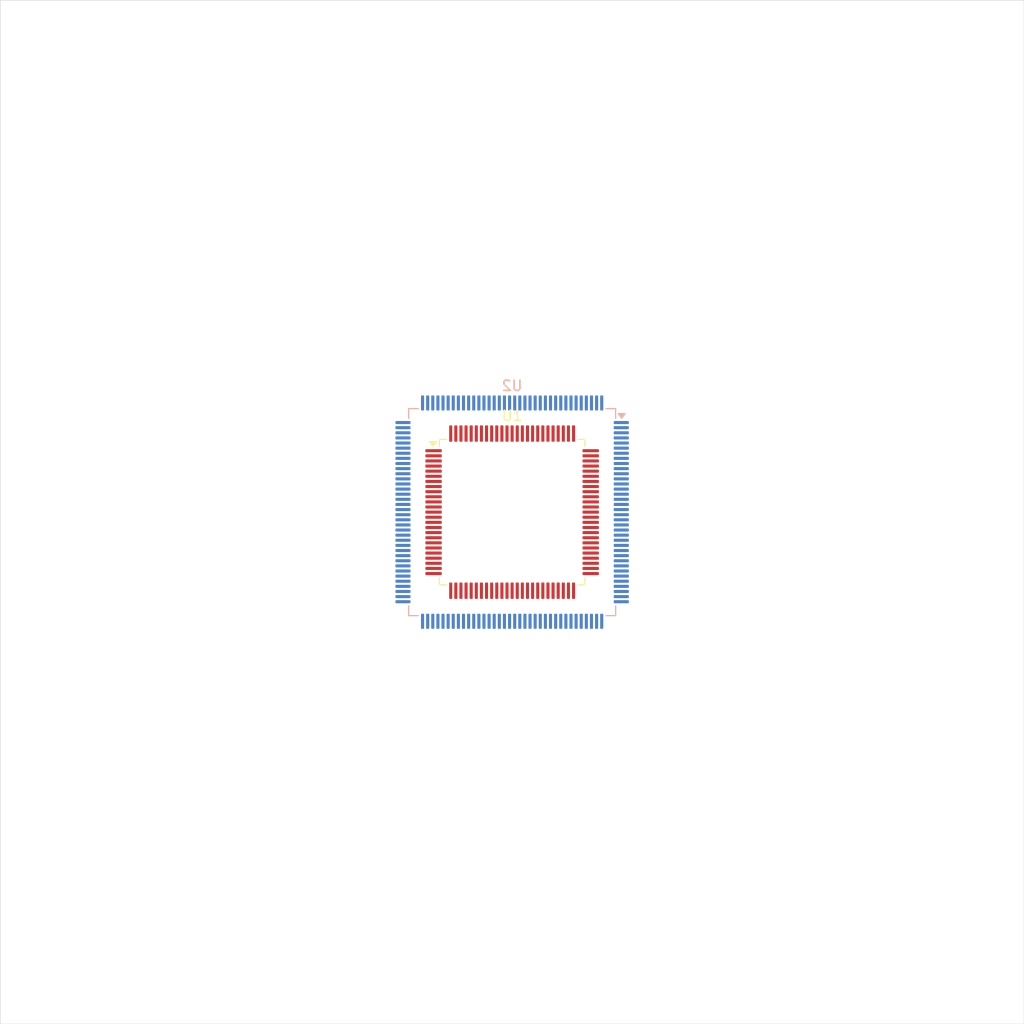
<source format=kicad_pcb>
(kicad_pcb (version 20240108) (generator "pcbnew") (generator_version "8.0")
  (layers (0 "F.Cu" signal) (1 "In1.Cu" signal) (2 "In2.Cu" signal) (31 "B.Cu" signal) (34 "B.Paste" user) (35 "F.Paste" user) (36 "B.SilkS" user "B.Silkscreen") (37 "F.SilkS" user "F.Silkscreen") (38 "B.Mask" user) (39 "F.Mask" user) (44 "Edge.Cuts" user))
  (net 0 "")
  (net 151 "+3V3")
  (net 152 "GND")
  (footprint "Package_QFP:LQFP-100_14x14mm_P0.5mm" (layer "F.Cu") (at 150.025 100)
    (property "Reference" "U1" (at 0 -9.42 0) (layer "F.SilkS"))
    (property "Value" "STM32H7B0VBTx")
    (fp_line (start -7.11 -7.11) (end -7.11 -6.41) (stroke (width 0.12)) (layer "F.SilkS"))
    (fp_line (start -7.11 7.11) (end -7.11 6.41) (stroke (width 0.12)) (layer "F.SilkS"))
    (fp_line (start -6.41 -7.11) (end -7.11 -7.11) (stroke (width 0.12)) (layer "F.SilkS"))
    (fp_line (start -6.41 7.11) (end -7.11 7.11) (stroke (width 0.12)) (layer "F.SilkS"))
    (fp_line (start 6.41 -7.11) (end 7.11 -7.11) (stroke (width 0.12)) (layer "F.SilkS"))
    (fp_line (start 6.41 7.11) (end 7.11 7.11) (stroke (width 0.12)) (layer "F.SilkS"))
    (fp_line (start 7.11 -7.11) (end 7.11 -6.41) (stroke (width 0.12)) (layer "F.SilkS"))
    (fp_line (start 7.11 7.11) (end 7.11 6.41) (stroke (width 0.12)) (layer "F.SilkS"))
    (fp_poly (pts (xy -7.7375 -6.41) (xy -8.0775 -6.88) (xy -7.3975 -6.88) (xy -7.7375 -6.41)) (stroke (width 0.12)) (fill solid) (layer "F.SilkS"))
    (pad "1" smd roundrect (at -7.675 -6) (size 1.6 0.3) (layers "F.Cu" "F.Paste" "F.Mask"))
    (pad "2" smd roundrect (at -7.675 -5.5) (size 1.6 0.3) (layers "F.Cu" "F.Paste" "F.Mask"))
    (pad "3" smd roundrect (at -7.675 -5) (size 1.6 0.3) (layers "F.Cu" "F.Paste" "F.Mask"))
    (pad "4" smd roundrect (at -7.675 -4.5) (size 1.6 0.3) (layers "F.Cu" "F.Paste" "F.Mask"))
    (pad "5" smd roundrect (at -7.675 -4) (size 1.6 0.3) (layers "F.Cu" "F.Paste" "F.Mask"))
    (pad "6" smd roundrect (at -7.675 -3.5) (size 1.6 0.3) (layers "F.Cu" "F.Paste" "F.Mask"))
    (pad "7" smd roundrect (at -7.675 -3) (size 1.6 0.3) (layers "F.Cu" "F.Paste" "F.Mask"))
    (pad "8" smd roundrect (at -7.675 -2.5) (size 1.6 0.3) (layers "F.Cu" "F.Paste" "F.Mask"))
    (pad "9" smd roundrect (at -7.675 -2) (size 1.6 0.3) (layers "F.Cu" "F.Paste" "F.Mask"))
    (pad "10" smd roundrect (at -7.675 -1.5) (size 1.6 0.3) (layers "F.Cu" "F.Paste" "F.Mask") (net 152 "GND"))
    (pad "11" smd roundrect (at -7.675 -1) (size 1.6 0.3) (layers "F.Cu" "F.Paste" "F.Mask"))
    (pad "12" smd roundrect (at -7.675 -0.5) (size 1.6 0.3) (layers "F.Cu" "F.Paste" "F.Mask"))
    (pad "13" smd roundrect (at -7.675 0) (size 1.6 0.3) (layers "F.Cu" "F.Paste" "F.Mask"))
    (pad "14" smd roundrect (at -7.675 0.5) (size 1.6 0.3) (layers "F.Cu" "F.Paste" "F.Mask"))
    (pad "15" smd roundrect (at -7.675 1) (size 1.6 0.3) (layers "F.Cu" "F.Paste" "F.Mask"))
    (pad "16" smd roundrect (at -7.675 1.5) (size 1.6 0.3) (layers "F.Cu" "F.Paste" "F.Mask"))
    (pad "17" smd roundrect (at -7.675 2) (size 1.6 0.3) (layers "F.Cu" "F.Paste" "F.Mask"))
    (pad "18" smd roundrect (at -7.675 2.5) (size 1.6 0.3) (layers "F.Cu" "F.Paste" "F.Mask"))
    (pad "19" smd roundrect (at -7.675 3) (size 1.6 0.3) (layers "F.Cu" "F.Paste" "F.Mask"))
    (pad "20" smd roundrect (at -7.675 3.5) (size 1.6 0.3) (layers "F.Cu" "F.Paste" "F.Mask"))
    (pad "21" smd roundrect (at -7.675 4) (size 1.6 0.3) (layers "F.Cu" "F.Paste" "F.Mask"))
    (pad "22" smd roundrect (at -7.675 4.5) (size 1.6 0.3) (layers "F.Cu" "F.Paste" "F.Mask"))
    (pad "23" smd roundrect (at -7.675 5) (size 1.6 0.3) (layers "F.Cu" "F.Paste" "F.Mask"))
    (pad "24" smd roundrect (at -7.675 5.5) (size 1.6 0.3) (layers "F.Cu" "F.Paste" "F.Mask"))
    (pad "25" smd roundrect (at -7.675 6) (size 1.6 0.3) (layers "F.Cu" "F.Paste" "F.Mask"))
    (pad "26" smd roundrect (at -6 7.675) (size 0.3 1.6) (layers "F.Cu" "F.Paste" "F.Mask") (net 152 "GND"))
    (pad "27" smd roundrect (at -5.5 7.675) (size 0.3 1.6) (layers "F.Cu" "F.Paste" "F.Mask"))
    (pad "28" smd roundrect (at -5 7.675) (size 0.3 1.6) (layers "F.Cu" "F.Paste" "F.Mask"))
    (pad "29" smd roundrect (at -4.5 7.675) (size 0.3 1.6) (layers "F.Cu" "F.Paste" "F.Mask"))
    (pad "30" smd roundrect (at -4 7.675) (size 0.3 1.6) (layers "F.Cu" "F.Paste" "F.Mask"))
    (pad "31" smd roundrect (at -3.5 7.675) (size 0.3 1.6) (layers "F.Cu" "F.Paste" "F.Mask"))
    (pad "32" smd roundrect (at -3 7.675) (size 0.3 1.6) (layers "F.Cu" "F.Paste" "F.Mask"))
    (pad "33" smd roundrect (at -2.5 7.675) (size 0.3 1.6) (layers "F.Cu" "F.Paste" "F.Mask"))
    (pad "34" smd roundrect (at -2 7.675) (size 0.3 1.6) (layers "F.Cu" "F.Paste" "F.Mask"))
    (pad "35" smd roundrect (at -1.5 7.675) (size 0.3 1.6) (layers "F.Cu" "F.Paste" "F.Mask"))
    (pad "36" smd roundrect (at -1 7.675) (size 0.3 1.6) (layers "F.Cu" "F.Paste" "F.Mask"))
    (pad "37" smd roundrect (at -0.5 7.675) (size 0.3 1.6) (layers "F.Cu" "F.Paste" "F.Mask"))
    (pad "38" smd roundrect (at 0 7.675) (size 0.3 1.6) (layers "F.Cu" "F.Paste" "F.Mask"))
    (pad "39" smd roundrect (at 0.5 7.675) (size 0.3 1.6) (layers "F.Cu" "F.Paste" "F.Mask"))
    (pad "40" smd roundrect (at 1 7.675) (size 0.3 1.6) (layers "F.Cu" "F.Paste" "F.Mask"))
    (pad "41" smd roundrect (at 1.5 7.675) (size 0.3 1.6) (layers "F.Cu" "F.Paste" "F.Mask"))
    (pad "42" smd roundrect (at 2 7.675) (size 0.3 1.6) (layers "F.Cu" "F.Paste" "F.Mask"))
    (pad "43" smd roundrect (at 2.5 7.675) (size 0.3 1.6) (layers "F.Cu" "F.Paste" "F.Mask"))
    (pad "44" smd roundrect (at 3 7.675) (size 0.3 1.6) (layers "F.Cu" "F.Paste" "F.Mask"))
    (pad "45" smd roundrect (at 3.5 7.675) (size 0.3 1.6) (layers "F.Cu" "F.Paste" "F.Mask"))
    (pad "46" smd roundrect (at 4 7.675) (size 0.3 1.6) (layers "F.Cu" "F.Paste" "F.Mask"))
    (pad "47" smd roundrect (at 4.5 7.675) (size 0.3 1.6) (layers "F.Cu" "F.Paste" "F.Mask"))
    (pad "48" smd roundrect (at 5 7.675) (size 0.3 1.6) (layers "F.Cu" "F.Paste" "F.Mask"))
    (pad "49" smd roundrect (at 5.5 7.675) (size 0.3 1.6) (layers "F.Cu" "F.Paste" "F.Mask") (net 152 "GND"))
    (pad "50" smd roundrect (at 6 7.675) (size 0.3 1.6) (layers "F.Cu" "F.Paste" "F.Mask"))
    (pad "51" smd roundrect (at 7.675 6) (size 1.6 0.3) (layers "F.Cu" "F.Paste" "F.Mask"))
    (pad "52" smd roundrect (at 7.675 5.5) (size 1.6 0.3) (layers "F.Cu" "F.Paste" "F.Mask"))
    (pad "53" smd roundrect (at 7.675 5) (size 1.6 0.3) (layers "F.Cu" "F.Paste" "F.Mask"))
    (pad "54" smd roundrect (at 7.675 4.5) (size 1.6 0.3) (layers "F.Cu" "F.Paste" "F.Mask"))
    (pad "55" smd roundrect (at 7.675 4) (size 1.6 0.3) (layers "F.Cu" "F.Paste" "F.Mask"))
    (pad "56" smd roundrect (at 7.675 3.5) (size 1.6 0.3) (layers "F.Cu" "F.Paste" "F.Mask"))
    (pad "57" smd roundrect (at 7.675 3) (size 1.6 0.3) (layers "F.Cu" "F.Paste" "F.Mask"))
    (pad "58" smd roundrect (at 7.675 2.5) (size 1.6 0.3) (layers "F.Cu" "F.Paste" "F.Mask"))
    (pad "59" smd roundrect (at 7.675 2) (size 1.6 0.3) (layers "F.Cu" "F.Paste" "F.Mask"))
    (pad "60" smd roundrect (at 7.675 1.5) (size 1.6 0.3) (layers "F.Cu" "F.Paste" "F.Mask"))
    (pad "61" smd roundrect (at 7.675 1) (size 1.6 0.3) (layers "F.Cu" "F.Paste" "F.Mask"))
    (pad "62" smd roundrect (at 7.675 0.5) (size 1.6 0.3) (layers "F.Cu" "F.Paste" "F.Mask"))
    (pad "63" smd roundrect (at 7.675 0) (size 1.6 0.3) (layers "F.Cu" "F.Paste" "F.Mask"))
    (pad "64" smd roundrect (at 7.675 -0.5) (size 1.6 0.3) (layers "F.Cu" "F.Paste" "F.Mask"))
    (pad "65" smd roundrect (at 7.675 -1) (size 1.6 0.3) (layers "F.Cu" "F.Paste" "F.Mask"))
    (pad "66" smd roundrect (at 7.675 -1.5) (size 1.6 0.3) (layers "F.Cu" "F.Paste" "F.Mask"))
    (pad "67" smd roundrect (at 7.675 -2) (size 1.6 0.3) (layers "F.Cu" "F.Paste" "F.Mask"))
    (pad "68" smd roundrect (at 7.675 -2.5) (size 1.6 0.3) (layers "F.Cu" "F.Paste" "F.Mask"))
    (pad "69" smd roundrect (at 7.675 -3) (size 1.6 0.3) (layers "F.Cu" "F.Paste" "F.Mask"))
    (pad "70" smd roundrect (at 7.675 -3.5) (size 1.6 0.3) (layers "F.Cu" "F.Paste" "F.Mask"))
    (pad "71" smd roundrect (at 7.675 -4) (size 1.6 0.3) (layers "F.Cu" "F.Paste" "F.Mask"))
    (pad "72" smd roundrect (at 7.675 -4.5) (size 1.6 0.3) (layers "F.Cu" "F.Paste" "F.Mask"))
    (pad "73" smd roundrect (at 7.675 -5) (size 1.6 0.3) (layers "F.Cu" "F.Paste" "F.Mask"))
    (pad "74" smd roundrect (at 7.675 -5.5) (size 1.6 0.3) (layers "F.Cu" "F.Paste" "F.Mask") (net 152 "GND"))
    (pad "75" smd roundrect (at 7.675 -6) (size 1.6 0.3) (layers "F.Cu" "F.Paste" "F.Mask"))
    (pad "76" smd roundrect (at 6 -7.675) (size 0.3 1.6) (layers "F.Cu" "F.Paste" "F.Mask"))
    (pad "77" smd roundrect (at 5.5 -7.675) (size 0.3 1.6) (layers "F.Cu" "F.Paste" "F.Mask"))
    (pad "78" smd roundrect (at 5 -7.675) (size 0.3 1.6) (layers "F.Cu" "F.Paste" "F.Mask"))
    (pad "79" smd roundrect (at 4.5 -7.675) (size 0.3 1.6) (layers "F.Cu" "F.Paste" "F.Mask"))
    (pad "80" smd roundrect (at 4 -7.675) (size 0.3 1.6) (layers "F.Cu" "F.Paste" "F.Mask"))
    (pad "81" smd roundrect (at 3.5 -7.675) (size 0.3 1.6) (layers "F.Cu" "F.Paste" "F.Mask"))
    (pad "82" smd roundrect (at 3 -7.675) (size 0.3 1.6) (layers "F.Cu" "F.Paste" "F.Mask"))
    (pad "83" smd roundrect (at 2.5 -7.675) (size 0.3 1.6) (layers "F.Cu" "F.Paste" "F.Mask"))
    (pad "84" smd roundrect (at 2 -7.675) (size 0.3 1.6) (layers "F.Cu" "F.Paste" "F.Mask"))
    (pad "85" smd roundrect (at 1.5 -7.675) (size 0.3 1.6) (layers "F.Cu" "F.Paste" "F.Mask"))
    (pad "86" smd roundrect (at 1 -7.675) (size 0.3 1.6) (layers "F.Cu" "F.Paste" "F.Mask"))
    (pad "87" smd roundrect (at 0.5 -7.675) (size 0.3 1.6) (layers "F.Cu" "F.Paste" "F.Mask"))
    (pad "88" smd roundrect (at 0 -7.675) (size 0.3 1.6) (layers "F.Cu" "F.Paste" "F.Mask"))
    (pad "89" smd roundrect (at -0.5 -7.675) (size 0.3 1.6) (layers "F.Cu" "F.Paste" "F.Mask"))
    (pad "90" smd roundrect (at -1 -7.675) (size 0.3 1.6) (layers "F.Cu" "F.Paste" "F.Mask"))
    (pad "91" smd roundrect (at -1.5 -7.675) (size 0.3 1.6) (layers "F.Cu" "F.Paste" "F.Mask"))
    (pad "92" smd roundrect (at -2 -7.675) (size 0.3 1.6) (layers "F.Cu" "F.Paste" "F.Mask"))
    (pad "93" smd roundrect (at -2.5 -7.675) (size 0.3 1.6) (layers "F.Cu" "F.Paste" "F.Mask"))
    (pad "94" smd roundrect (at -3 -7.675) (size 0.3 1.6) (layers "F.Cu" "F.Paste" "F.Mask"))
    (pad "95" smd roundrect (at -3.5 -7.675) (size 0.3 1.6) (layers "F.Cu" "F.Paste" "F.Mask"))
    (pad "96" smd roundrect (at -4 -7.675) (size 0.3 1.6) (layers "F.Cu" "F.Paste" "F.Mask"))
    (pad "97" smd roundrect (at -4.5 -7.675) (size 0.3 1.6) (layers "F.Cu" "F.Paste" "F.Mask"))
    (pad "98" smd roundrect (at -5 -7.675) (size 0.3 1.6) (layers "F.Cu" "F.Paste" "F.Mask"))
    (pad "99" smd roundrect (at -5.5 -7.675) (size 0.3 1.6) (layers "F.Cu" "F.Paste" "F.Mask") (net 152 "GND"))
    (pad "100" smd roundrect (at -6 -7.675) (size 0.3 1.6) (layers "F.Cu" "F.Paste" "F.Mask") (net 151 "+3V3"))
  )
  (footprint "Package_QFP:LQFP-144_20x20mm_P0.5mm" (layer "B.Cu") (at 150.025 100 180)
    (property "Reference" "U2" (at 0 12.35 0) (layer "B.SilkS") (effects (justify mirror)))
    (property "Value" "XC6SLX9-TQG144")
    (fp_line (start 10.11 10.11) (end 9.16 10.11) (stroke (width 0.12)) (layer "B.SilkS"))
    (fp_line (start 10.11 9.16) (end 10.11 10.11) (stroke (width 0.12)) (layer "B.SilkS"))
    (fp_line (start 10.11 -9.16) (end 10.11 -10.11) (stroke (width 0.12)) (layer "B.SilkS"))
    (fp_line (start 10.11 -10.11) (end 9.16 -10.11) (stroke (width 0.12)) (layer "B.SilkS"))
    (fp_line (start -10.11 10.11) (end -9.16 10.11) (stroke (width 0.12)) (layer "B.SilkS"))
    (fp_line (start -10.11 9.16) (end -10.11 10.11) (stroke (width 0.12)) (layer "B.SilkS"))
    (fp_line (start -10.11 -9.16) (end -10.11 -10.11) (stroke (width 0.12)) (layer "B.SilkS"))
    (fp_line (start -10.11 -10.11) (end -9.16 -10.11) (stroke (width 0.12)) (layer "B.SilkS"))
    (fp_poly (pts (xy -10.7 9.16) (xy -11.04 9.63) (xy -10.36 9.63) (xy -10.7 9.16)) (stroke (width 0.12)) (fill solid) (layer "B.SilkS"))
    (pad "1" smd roundrect (at -10.6625 8.75 180) (size 1.475 0.3) (layers "B.Cu" "B.Paste" "B.Mask"))
    (pad "2" smd roundrect (at -10.6625 8.25 180) (size 1.475 0.3) (layers "B.Cu" "B.Paste" "B.Mask"))
    (pad "3" smd roundrect (at -10.6625 7.75 180) (size 1.475 0.3) (layers "B.Cu" "B.Paste" "B.Mask"))
    (pad "4" smd roundrect (at -10.6625 7.25 180) (size 1.475 0.3) (layers "B.Cu" "B.Paste" "B.Mask"))
    (pad "5" smd roundrect (at -10.6625 6.75 180) (size 1.475 0.3) (layers "B.Cu" "B.Paste" "B.Mask"))
    (pad "6" smd roundrect (at -10.6625 6.25 180) (size 1.475 0.3) (layers "B.Cu" "B.Paste" "B.Mask"))
    (pad "7" smd roundrect (at -10.6625 5.75 180) (size 1.475 0.3) (layers "B.Cu" "B.Paste" "B.Mask"))
    (pad "8" smd roundrect (at -10.6625 5.25 180) (size 1.475 0.3) (layers "B.Cu" "B.Paste" "B.Mask"))
    (pad "9" smd roundrect (at -10.6625 4.75 180) (size 1.475 0.3) (layers "B.Cu" "B.Paste" "B.Mask"))
    (pad "10" smd roundrect (at -10.6625 4.25 180) (size 1.475 0.3) (layers "B.Cu" "B.Paste" "B.Mask"))
    (pad "11" smd roundrect (at -10.6625 3.75 180) (size 1.475 0.3) (layers "B.Cu" "B.Paste" "B.Mask"))
    (pad "12" smd roundrect (at -10.6625 3.25 180) (size 1.475 0.3) (layers "B.Cu" "B.Paste" "B.Mask"))
    (pad "13" smd roundrect (at -10.6625 2.75 180) (size 1.475 0.3) (layers "B.Cu" "B.Paste" "B.Mask"))
    (pad "14" smd roundrect (at -10.6625 2.25 180) (size 1.475 0.3) (layers "B.Cu" "B.Paste" "B.Mask"))
    (pad "15" smd roundrect (at -10.6625 1.75 180) (size 1.475 0.3) (layers "B.Cu" "B.Paste" "B.Mask"))
    (pad "16" smd roundrect (at -10.6625 1.25 180) (size 1.475 0.3) (layers "B.Cu" "B.Paste" "B.Mask"))
    (pad "17" smd roundrect (at -10.6625 0.75 180) (size 1.475 0.3) (layers "B.Cu" "B.Paste" "B.Mask"))
    (pad "18" smd roundrect (at -10.6625 0.25 180) (size 1.475 0.3) (layers "B.Cu" "B.Paste" "B.Mask"))
    (pad "19" smd roundrect (at -10.6625 -0.25 180) (size 1.475 0.3) (layers "B.Cu" "B.Paste" "B.Mask"))
    (pad "20" smd roundrect (at -10.6625 -0.75 180) (size 1.475 0.3) (layers "B.Cu" "B.Paste" "B.Mask"))
    (pad "21" smd roundrect (at -10.6625 -1.25 180) (size 1.475 0.3) (layers "B.Cu" "B.Paste" "B.Mask"))
    (pad "22" smd roundrect (at -10.6625 -1.75 180) (size 1.475 0.3) (layers "B.Cu" "B.Paste" "B.Mask"))
    (pad "23" smd roundrect (at -10.6625 -2.25 180) (size 1.475 0.3) (layers "B.Cu" "B.Paste" "B.Mask"))
    (pad "24" smd roundrect (at -10.6625 -2.75 180) (size 1.475 0.3) (layers "B.Cu" "B.Paste" "B.Mask"))
    (pad "25" smd roundrect (at -10.6625 -3.25 180) (size 1.475 0.3) (layers "B.Cu" "B.Paste" "B.Mask"))
    (pad "26" smd roundrect (at -10.6625 -3.75 180) (size 1.475 0.3) (layers "B.Cu" "B.Paste" "B.Mask"))
    (pad "27" smd roundrect (at -10.6625 -4.25 180) (size 1.475 0.3) (layers "B.Cu" "B.Paste" "B.Mask"))
    (pad "28" smd roundrect (at -10.6625 -4.75 180) (size 1.475 0.3) (layers "B.Cu" "B.Paste" "B.Mask"))
    (pad "29" smd roundrect (at -10.6625 -5.25 180) (size 1.475 0.3) (layers "B.Cu" "B.Paste" "B.Mask"))
    (pad "30" smd roundrect (at -10.6625 -5.75 180) (size 1.475 0.3) (layers "B.Cu" "B.Paste" "B.Mask"))
    (pad "31" smd roundrect (at -10.6625 -6.25 180) (size 1.475 0.3) (layers "B.Cu" "B.Paste" "B.Mask"))
    (pad "32" smd roundrect (at -10.6625 -6.75 180) (size 1.475 0.3) (layers "B.Cu" "B.Paste" "B.Mask"))
    (pad "33" smd roundrect (at -10.6625 -7.25 180) (size 1.475 0.3) (layers "B.Cu" "B.Paste" "B.Mask"))
    (pad "34" smd roundrect (at -10.6625 -7.75 180) (size 1.475 0.3) (layers "B.Cu" "B.Paste" "B.Mask"))
    (pad "35" smd roundrect (at -10.6625 -8.25 180) (size 1.475 0.3) (layers "B.Cu" "B.Paste" "B.Mask"))
    (pad "36" smd roundrect (at -10.6625 -8.75 180) (size 1.475 0.3) (layers "B.Cu" "B.Paste" "B.Mask"))
    (pad "37" smd roundrect (at -8.75 -10.6625 180) (size 0.3 1.475) (layers "B.Cu" "B.Paste" "B.Mask"))
    (pad "38" smd roundrect (at -8.25 -10.6625 180) (size 0.3 1.475) (layers "B.Cu" "B.Paste" "B.Mask"))
    (pad "39" smd roundrect (at -7.75 -10.6625 180) (size 0.3 1.475) (layers "B.Cu" "B.Paste" "B.Mask"))
    (pad "40" smd roundrect (at -7.25 -10.6625 180) (size 0.3 1.475) (layers "B.Cu" "B.Paste" "B.Mask"))
    (pad "41" smd roundrect (at -6.75 -10.6625 180) (size 0.3 1.475) (layers "B.Cu" "B.Paste" "B.Mask"))
    (pad "42" smd roundrect (at -6.25 -10.6625 180) (size 0.3 1.475) (layers "B.Cu" "B.Paste" "B.Mask"))
    (pad "43" smd roundrect (at -5.75 -10.6625 180) (size 0.3 1.475) (layers "B.Cu" "B.Paste" "B.Mask"))
    (pad "44" smd roundrect (at -5.25 -10.6625 180) (size 0.3 1.475) (layers "B.Cu" "B.Paste" "B.Mask"))
    (pad "45" smd roundrect (at -4.75 -10.6625 180) (size 0.3 1.475) (layers "B.Cu" "B.Paste" "B.Mask"))
    (pad "46" smd roundrect (at -4.25 -10.6625 180) (size 0.3 1.475) (layers "B.Cu" "B.Paste" "B.Mask"))
    (pad "47" smd roundrect (at -3.75 -10.6625 180) (size 0.3 1.475) (layers "B.Cu" "B.Paste" "B.Mask"))
    (pad "48" smd roundrect (at -3.25 -10.6625 180) (size 0.3 1.475) (layers "B.Cu" "B.Paste" "B.Mask"))
    (pad "49" smd roundrect (at -2.75 -10.6625 180) (size 0.3 1.475) (layers "B.Cu" "B.Paste" "B.Mask"))
    (pad "50" smd roundrect (at -2.25 -10.6625 180) (size 0.3 1.475) (layers "B.Cu" "B.Paste" "B.Mask"))
    (pad "51" smd roundrect (at -1.75 -10.6625 180) (size 0.3 1.475) (layers "B.Cu" "B.Paste" "B.Mask"))
    (pad "52" smd roundrect (at -1.25 -10.6625 180) (size 0.3 1.475) (layers "B.Cu" "B.Paste" "B.Mask"))
    (pad "53" smd roundrect (at -0.75 -10.6625 180) (size 0.3 1.475) (layers "B.Cu" "B.Paste" "B.Mask"))
    (pad "54" smd roundrect (at -0.25 -10.6625 180) (size 0.3 1.475) (layers "B.Cu" "B.Paste" "B.Mask"))
    (pad "55" smd roundrect (at 0.25 -10.6625 180) (size 0.3 1.475) (layers "B.Cu" "B.Paste" "B.Mask"))
    (pad "56" smd roundrect (at 0.75 -10.6625 180) (size 0.3 1.475) (layers "B.Cu" "B.Paste" "B.Mask"))
    (pad "57" smd roundrect (at 1.25 -10.6625 180) (size 0.3 1.475) (layers "B.Cu" "B.Paste" "B.Mask"))
    (pad "58" smd roundrect (at 1.75 -10.6625 180) (size 0.3 1.475) (layers "B.Cu" "B.Paste" "B.Mask"))
    (pad "59" smd roundrect (at 2.25 -10.6625 180) (size 0.3 1.475) (layers "B.Cu" "B.Paste" "B.Mask"))
    (pad "60" smd roundrect (at 2.75 -10.6625 180) (size 0.3 1.475) (layers "B.Cu" "B.Paste" "B.Mask"))
    (pad "61" smd roundrect (at 3.25 -10.6625 180) (size 0.3 1.475) (layers "B.Cu" "B.Paste" "B.Mask"))
    (pad "62" smd roundrect (at 3.75 -10.6625 180) (size 0.3 1.475) (layers "B.Cu" "B.Paste" "B.Mask"))
    (pad "63" smd roundrect (at 4.25 -10.6625 180) (size 0.3 1.475) (layers "B.Cu" "B.Paste" "B.Mask"))
    (pad "64" smd roundrect (at 4.75 -10.6625 180) (size 0.3 1.475) (layers "B.Cu" "B.Paste" "B.Mask"))
    (pad "65" smd roundrect (at 5.25 -10.6625 180) (size 0.3 1.475) (layers "B.Cu" "B.Paste" "B.Mask"))
    (pad "66" smd roundrect (at 5.75 -10.6625 180) (size 0.3 1.475) (layers "B.Cu" "B.Paste" "B.Mask"))
    (pad "67" smd roundrect (at 6.25 -10.6625 180) (size 0.3 1.475) (layers "B.Cu" "B.Paste" "B.Mask"))
    (pad "68" smd roundrect (at 6.75 -10.6625 180) (size 0.3 1.475) (layers "B.Cu" "B.Paste" "B.Mask"))
    (pad "69" smd roundrect (at 7.25 -10.6625 180) (size 0.3 1.475) (layers "B.Cu" "B.Paste" "B.Mask"))
    (pad "70" smd roundrect (at 7.75 -10.6625 180) (size 0.3 1.475) (layers "B.Cu" "B.Paste" "B.Mask"))
    (pad "71" smd roundrect (at 8.25 -10.6625 180) (size 0.3 1.475) (layers "B.Cu" "B.Paste" "B.Mask"))
    (pad "72" smd roundrect (at 8.75 -10.6625 180) (size 0.3 1.475) (layers "B.Cu" "B.Paste" "B.Mask"))
    (pad "73" smd roundrect (at 10.6625 -8.75 180) (size 1.475 0.3) (layers "B.Cu" "B.Paste" "B.Mask"))
    (pad "74" smd roundrect (at 10.6625 -8.25 180) (size 1.475 0.3) (layers "B.Cu" "B.Paste" "B.Mask"))
    (pad "75" smd roundrect (at 10.6625 -7.75 180) (size 1.475 0.3) (layers "B.Cu" "B.Paste" "B.Mask"))
    (pad "76" smd roundrect (at 10.6625 -7.25 180) (size 1.475 0.3) (layers "B.Cu" "B.Paste" "B.Mask"))
    (pad "77" smd roundrect (at 10.6625 -6.75 180) (size 1.475 0.3) (layers "B.Cu" "B.Paste" "B.Mask"))
    (pad "78" smd roundrect (at 10.6625 -6.25 180) (size 1.475 0.3) (layers "B.Cu" "B.Paste" "B.Mask"))
    (pad "79" smd roundrect (at 10.6625 -5.75 180) (size 1.475 0.3) (layers "B.Cu" "B.Paste" "B.Mask"))
    (pad "80" smd roundrect (at 10.6625 -5.25 180) (size 1.475 0.3) (layers "B.Cu" "B.Paste" "B.Mask"))
    (pad "81" smd roundrect (at 10.6625 -4.75 180) (size 1.475 0.3) (layers "B.Cu" "B.Paste" "B.Mask"))
    (pad "82" smd roundrect (at 10.6625 -4.25 180) (size 1.475 0.3) (layers "B.Cu" "B.Paste" "B.Mask"))
    (pad "83" smd roundrect (at 10.6625 -3.75 180) (size 1.475 0.3) (layers "B.Cu" "B.Paste" "B.Mask"))
    (pad "84" smd roundrect (at 10.6625 -3.25 180) (size 1.475 0.3) (layers "B.Cu" "B.Paste" "B.Mask"))
    (pad "85" smd roundrect (at 10.6625 -2.75 180) (size 1.475 0.3) (layers "B.Cu" "B.Paste" "B.Mask"))
    (pad "86" smd roundrect (at 10.6625 -2.25 180) (size 1.475 0.3) (layers "B.Cu" "B.Paste" "B.Mask"))
    (pad "87" smd roundrect (at 10.6625 -1.75 180) (size 1.475 0.3) (layers "B.Cu" "B.Paste" "B.Mask"))
    (pad "88" smd roundrect (at 10.6625 -1.25 180) (size 1.475 0.3) (layers "B.Cu" "B.Paste" "B.Mask"))
    (pad "89" smd roundrect (at 10.6625 -0.75 180) (size 1.475 0.3) (layers "B.Cu" "B.Paste" "B.Mask"))
    (pad "90" smd roundrect (at 10.6625 -0.25 180) (size 1.475 0.3) (layers "B.Cu" "B.Paste" "B.Mask"))
    (pad "91" smd roundrect (at 10.6625 0.25 180) (size 1.475 0.3) (layers "B.Cu" "B.Paste" "B.Mask"))
    (pad "92" smd roundrect (at 10.6625 0.75 180) (size 1.475 0.3) (layers "B.Cu" "B.Paste" "B.Mask"))
    (pad "93" smd roundrect (at 10.6625 1.25 180) (size 1.475 0.3) (layers "B.Cu" "B.Paste" "B.Mask"))
    (pad "94" smd roundrect (at 10.6625 1.75 180) (size 1.475 0.3) (layers "B.Cu" "B.Paste" "B.Mask"))
    (pad "95" smd roundrect (at 10.6625 2.25 180) (size 1.475 0.3) (layers "B.Cu" "B.Paste" "B.Mask"))
    (pad "96" smd roundrect (at 10.6625 2.75 180) (size 1.475 0.3) (layers "B.Cu" "B.Paste" "B.Mask"))
    (pad "97" smd roundrect (at 10.6625 3.25 180) (size 1.475 0.3) (layers "B.Cu" "B.Paste" "B.Mask"))
    (pad "98" smd roundrect (at 10.6625 3.75 180) (size 1.475 0.3) (layers "B.Cu" "B.Paste" "B.Mask"))
    (pad "99" smd roundrect (at 10.6625 4.25 180) (size 1.475 0.3) (layers "B.Cu" "B.Paste" "B.Mask"))
    (pad "100" smd roundrect (at 10.6625 4.75 180) (size 1.475 0.3) (layers "B.Cu" "B.Paste" "B.Mask"))
    (pad "101" smd roundrect (at 10.6625 5.25 180) (size 1.475 0.3) (layers "B.Cu" "B.Paste" "B.Mask"))
    (pad "102" smd roundrect (at 10.6625 5.75 180) (size 1.475 0.3) (layers "B.Cu" "B.Paste" "B.Mask"))
    (pad "103" smd roundrect (at 10.6625 6.25 180) (size 1.475 0.3) (layers "B.Cu" "B.Paste" "B.Mask"))
    (pad "104" smd roundrect (at 10.6625 6.75 180) (size 1.475 0.3) (layers "B.Cu" "B.Paste" "B.Mask"))
    (pad "105" smd roundrect (at 10.6625 7.25 180) (size 1.475 0.3) (layers "B.Cu" "B.Paste" "B.Mask"))
    (pad "106" smd roundrect (at 10.6625 7.75 180) (size 1.475 0.3) (layers "B.Cu" "B.Paste" "B.Mask"))
    (pad "107" smd roundrect (at 10.6625 8.25 180) (size 1.475 0.3) (layers "B.Cu" "B.Paste" "B.Mask"))
    (pad "108" smd roundrect (at 10.6625 8.75 180) (size 1.475 0.3) (layers "B.Cu" "B.Paste" "B.Mask"))
    (pad "109" smd roundrect (at 8.75 10.6625 180) (size 0.3 1.475) (layers "B.Cu" "B.Paste" "B.Mask"))
    (pad "110" smd roundrect (at 8.25 10.6625 180) (size 0.3 1.475) (layers "B.Cu" "B.Paste" "B.Mask"))
    (pad "111" smd roundrect (at 7.75 10.6625 180) (size 0.3 1.475) (layers "B.Cu" "B.Paste" "B.Mask"))
    (pad "112" smd roundrect (at 7.25 10.6625 180) (size 0.3 1.475) (layers "B.Cu" "B.Paste" "B.Mask"))
    (pad "113" smd roundrect (at 6.75 10.6625 180) (size 0.3 1.475) (layers "B.Cu" "B.Paste" "B.Mask"))
    (pad "114" smd roundrect (at 6.25 10.6625 180) (size 0.3 1.475) (layers "B.Cu" "B.Paste" "B.Mask"))
    (pad "115" smd roundrect (at 5.75 10.6625 180) (size 0.3 1.475) (layers "B.Cu" "B.Paste" "B.Mask"))
    (pad "116" smd roundrect (at 5.25 10.6625 180) (size 0.3 1.475) (layers "B.Cu" "B.Paste" "B.Mask"))
    (pad "117" smd roundrect (at 4.75 10.6625 180) (size 0.3 1.475) (layers "B.Cu" "B.Paste" "B.Mask"))
    (pad "118" smd roundrect (at 4.25 10.6625 180) (size 0.3 1.475) (layers "B.Cu" "B.Paste" "B.Mask"))
    (pad "119" smd roundrect (at 3.75 10.6625 180) (size 0.3 1.475) (layers "B.Cu" "B.Paste" "B.Mask"))
    (pad "120" smd roundrect (at 3.25 10.6625 180) (size 0.3 1.475) (layers "B.Cu" "B.Paste" "B.Mask"))
    (pad "121" smd roundrect (at 2.75 10.6625 180) (size 0.3 1.475) (layers "B.Cu" "B.Paste" "B.Mask"))
    (pad "122" smd roundrect (at 2.25 10.6625 180) (size 0.3 1.475) (layers "B.Cu" "B.Paste" "B.Mask"))
    (pad "123" smd roundrect (at 1.75 10.6625 180) (size 0.3 1.475) (layers "B.Cu" "B.Paste" "B.Mask"))
    (pad "124" smd roundrect (at 1.25 10.6625 180) (size 0.3 1.475) (layers "B.Cu" "B.Paste" "B.Mask"))
    (pad "125" smd roundrect (at 0.75 10.6625 180) (size 0.3 1.475) (layers "B.Cu" "B.Paste" "B.Mask"))
    (pad "126" smd roundrect (at 0.25 10.6625 180) (size 0.3 1.475) (layers "B.Cu" "B.Paste" "B.Mask"))
    (pad "127" smd roundrect (at -0.25 10.6625 180) (size 0.3 1.475) (layers "B.Cu" "B.Paste" "B.Mask"))
    (pad "128" smd roundrect (at -0.75 10.6625 180) (size 0.3 1.475) (layers "B.Cu" "B.Paste" "B.Mask"))
    (pad "129" smd roundrect (at -1.25 10.6625 180) (size 0.3 1.475) (layers "B.Cu" "B.Paste" "B.Mask"))
    (pad "130" smd roundrect (at -1.75 10.6625 180) (size 0.3 1.475) (layers "B.Cu" "B.Paste" "B.Mask"))
    (pad "131" smd roundrect (at -2.25 10.6625 180) (size 0.3 1.475) (layers "B.Cu" "B.Paste" "B.Mask"))
    (pad "132" smd roundrect (at -2.75 10.6625 180) (size 0.3 1.475) (layers "B.Cu" "B.Paste" "B.Mask"))
    (pad "133" smd roundrect (at -3.25 10.6625 180) (size 0.3 1.475) (layers "B.Cu" "B.Paste" "B.Mask"))
    (pad "134" smd roundrect (at -3.75 10.6625 180) (size 0.3 1.475) (layers "B.Cu" "B.Paste" "B.Mask"))
    (pad "135" smd roundrect (at -4.25 10.6625 180) (size 0.3 1.475) (layers "B.Cu" "B.Paste" "B.Mask"))
    (pad "136" smd roundrect (at -4.75 10.6625 180) (size 0.3 1.475) (layers "B.Cu" "B.Paste" "B.Mask"))
    (pad "137" smd roundrect (at -5.25 10.6625 180) (size 0.3 1.475) (layers "B.Cu" "B.Paste" "B.Mask"))
    (pad "138" smd roundrect (at -5.75 10.6625 180) (size 0.3 1.475) (layers "B.Cu" "B.Paste" "B.Mask"))
    (pad "139" smd roundrect (at -6.25 10.6625 180) (size 0.3 1.475) (layers "B.Cu" "B.Paste" "B.Mask"))
    (pad "140" smd roundrect (at -6.75 10.6625 180) (size 0.3 1.475) (layers "B.Cu" "B.Paste" "B.Mask"))
    (pad "141" smd roundrect (at -7.25 10.6625 180) (size 0.3 1.475) (layers "B.Cu" "B.Paste" "B.Mask"))
    (pad "142" smd roundrect (at -7.75 10.6625 180) (size 0.3 1.475) (layers "B.Cu" "B.Paste" "B.Mask"))
    (pad "143" smd roundrect (at -8.25 10.6625 180) (size 0.3 1.475) (layers "B.Cu" "B.Paste" "B.Mask"))
    (pad "144" smd roundrect (at -8.75 10.6625 180) (size 0.3 1.475) (layers "B.Cu" "B.Paste" "B.Mask"))
  )
  (gr_rect (start 100.025 50) (end 200.025 150) (stroke (width 0.05)) (fill none) (layer "Edge.Cuts"))
)
</source>
